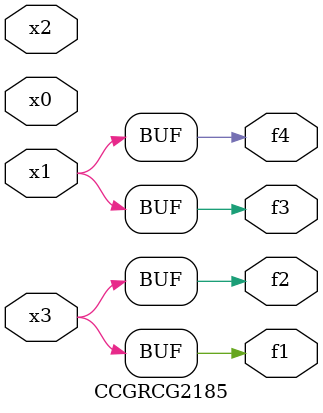
<source format=v>
module CCGRCG2185(
	input x0, x1, x2, x3,
	output f1, f2, f3, f4
);
	assign f1 = x3;
	assign f2 = x3;
	assign f3 = x1;
	assign f4 = x1;
endmodule

</source>
